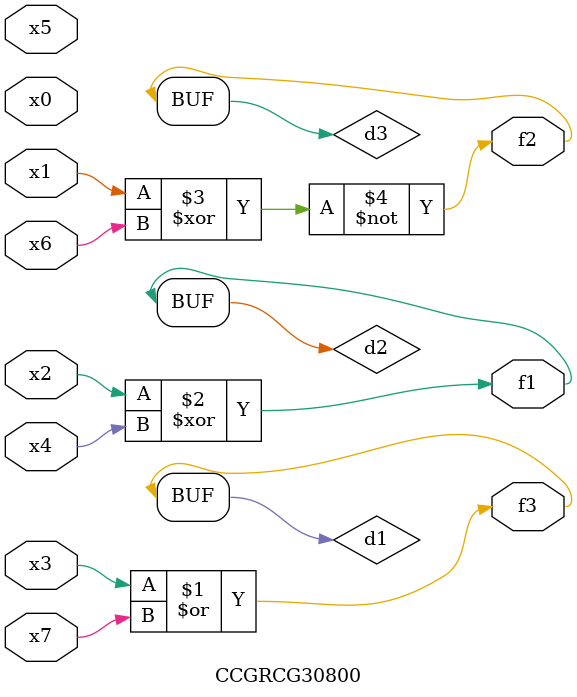
<source format=v>
module CCGRCG30800(
	input x0, x1, x2, x3, x4, x5, x6, x7,
	output f1, f2, f3
);

	wire d1, d2, d3;

	or (d1, x3, x7);
	xor (d2, x2, x4);
	xnor (d3, x1, x6);
	assign f1 = d2;
	assign f2 = d3;
	assign f3 = d1;
endmodule

</source>
